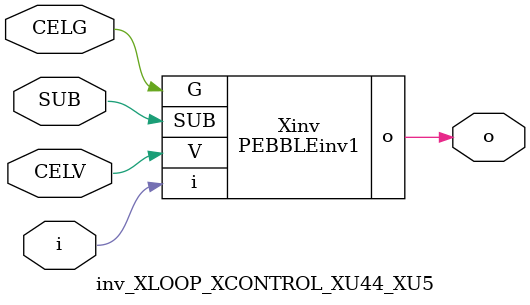
<source format=v>



module PEBBLEinv1 ( o, G, SUB, V, i );

  input V;
  input i;
  input G;
  output o;
  input SUB;
endmodule

//Celera Confidential Do Not Copy inv_XLOOP_XCONTROL_XU44_XU5
//Celera Confidential Symbol Generator
//5V Inverter
module inv_XLOOP_XCONTROL_XU44_XU5 (CELV,CELG,i,o,SUB);
input CELV;
input CELG;
input i;
input SUB;
output o;

//Celera Confidential Do Not Copy inv
PEBBLEinv1 Xinv(
.V (CELV),
.i (i),
.o (o),
.SUB (SUB),
.G (CELG)
);
//,diesize,PEBBLEinv1

//Celera Confidential Do Not Copy Module End
//Celera Schematic Generator
endmodule

</source>
